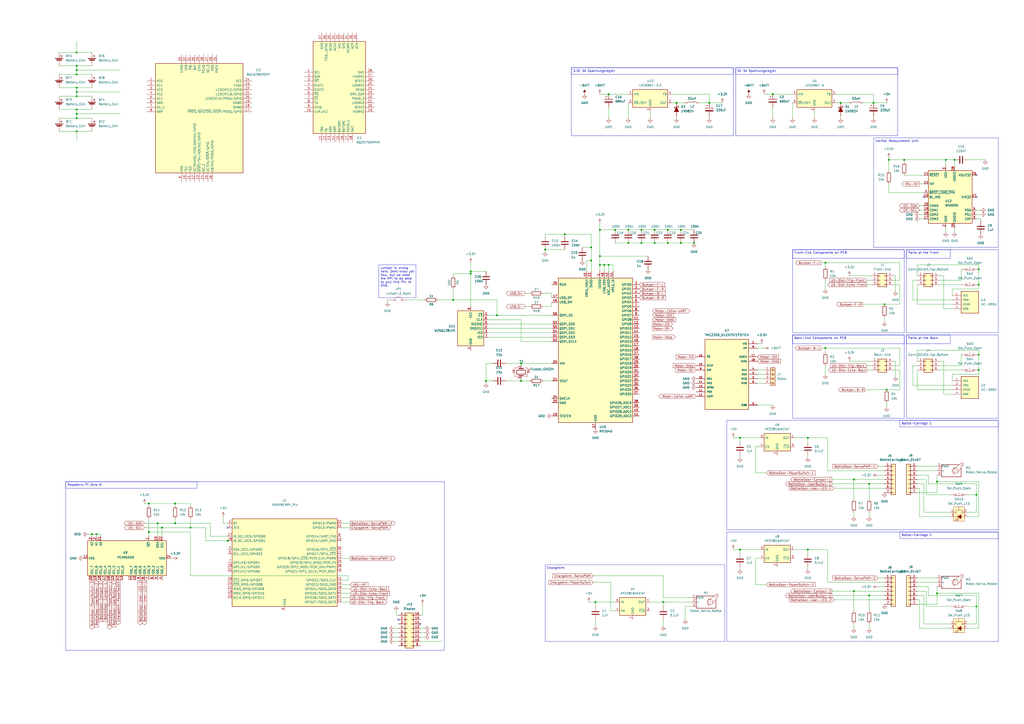
<source format=kicad_sch>
(kicad_sch
	(version 20231120)
	(generator "eeschema")
	(generator_version "8.0")
	(uuid "10e9ed1f-81fe-4a04-a219-cef72219a4ee")
	(paper "A2")
	
	(junction
		(at 429.26 318.77)
		(diameter 0)
		(color 0 0 0 0)
		(uuid "03268f60-248c-430f-9a48-def6cb6c976e")
	)
	(junction
		(at 353.06 54.61)
		(diameter 0)
		(color 0 0 0 0)
		(uuid "06870aa4-4c9b-477d-9f05-4ca4de8f6a4d")
	)
	(junction
		(at 44.45 50.8)
		(diameter 0)
		(color 0 0 0 0)
		(uuid "083aae67-81c3-4ec2-bf4a-336ec22f72e9")
	)
	(junction
		(at 567.69 156.21)
		(diameter 0)
		(color 0 0 0 0)
		(uuid "0a9bdb1e-9b3a-41f4-835f-eeec191ae320")
	)
	(junction
		(at 514.35 226.06)
		(diameter 0)
		(color 0 0 0 0)
		(uuid "1164d9f6-d69f-4765-bfe4-5ec41bb5ffc7")
	)
	(junction
		(at 273.05 157.48)
		(diameter 0)
		(color 0 0 0 0)
		(uuid "21be0d6d-08dd-4c6b-8dde-b3409b7daccd")
	)
	(junction
		(at 327.66 135.89)
		(diameter 0)
		(color 0 0 0 0)
		(uuid "22a4d2dd-f848-4193-8541-955420f6e17d")
	)
	(junction
		(at 44.45 68.58)
		(diameter 0)
		(color 0 0 0 0)
		(uuid "2421b6f1-9351-4b09-9d81-3293799c07ca")
	)
	(junction
		(at 543.56 279.4)
		(diameter 0)
		(color 0 0 0 0)
		(uuid "25fc08dd-dbcb-4986-8d99-a9d615e74609")
	)
	(junction
		(at 44.45 30.48)
		(diameter 0)
		(color 0 0 0 0)
		(uuid "265fbd34-c236-4afc-b472-ab5f7b1865f2")
	)
	(junction
		(at 86.36 308.61)
		(diameter 0)
		(color 0 0 0 0)
		(uuid "277e0764-7927-4216-849d-6bc3b8e09a44")
	)
	(junction
		(at 379.73 140.97)
		(diameter 0)
		(color 0 0 0 0)
		(uuid "29426718-41a1-4fab-a69c-de55200420f5")
	)
	(junction
		(at 44.45 43.18)
		(diameter 0)
		(color 0 0 0 0)
		(uuid "29b5096b-a417-4d8d-8959-38c8fd1009d5")
	)
	(junction
		(at 316.23 144.78)
		(diameter 0)
		(color 0 0 0 0)
		(uuid "2d0abeda-aac0-4388-a19d-3bc6f581aa05")
	)
	(junction
		(at 44.45 76.2)
		(diameter 0)
		(color 0 0 0 0)
		(uuid "2d1447b9-e1f8-416e-9e68-2f3a93be7887")
	)
	(junction
		(at 353.06 153.67)
		(diameter 0)
		(color 0 0 0 0)
		(uuid "2e7fad9a-09d7-4161-afc3-42855f89e07f")
	)
	(junction
		(at 387.35 140.97)
		(diameter 0)
		(color 0 0 0 0)
		(uuid "2fdf82e2-3891-4bd7-be3f-e7514a4bef5c")
	)
	(junction
		(at 364.49 140.97)
		(diameter 0)
		(color 0 0 0 0)
		(uuid "39a70374-4daf-4db7-bf38-bf4c46ca5dc6")
	)
	(junction
		(at 364.49 133.35)
		(diameter 0)
		(color 0 0 0 0)
		(uuid "3c018187-1d9c-4d03-8c02-29d04cab6f36")
	)
	(junction
		(at 110.49 306.07)
		(diameter 0)
		(color 0 0 0 0)
		(uuid "3ee83e4e-3370-4ed8-bcc6-114de62898d7")
	)
	(junction
		(at 387.35 133.35)
		(diameter 0)
		(color 0 0 0 0)
		(uuid "451af065-1b1a-4969-88c6-18b12c3eaf4b")
	)
	(junction
		(at 513.08 176.53)
		(diameter 0)
		(color 0 0 0 0)
		(uuid "46e71d5b-0486-4156-82c5-6cd1b8ff00c5")
	)
	(junction
		(at 356.87 133.35)
		(diameter 0)
		(color 0 0 0 0)
		(uuid "470f61d3-5f15-44b3-9be8-d7ad98c6cb59")
	)
	(junction
		(at 262.89 173.99)
		(diameter 0)
		(color 0 0 0 0)
		(uuid "4f324c9b-e82a-4655-af45-70ad70b76b07")
	)
	(junction
		(at 101.6 292.1)
		(diameter 0)
		(color 0 0 0 0)
		(uuid "4fafc432-26d7-4c70-844e-cbe5d393e13c")
	)
	(junction
		(at 506.73 59.69)
		(diameter 0)
		(color 0 0 0 0)
		(uuid "55e24700-a976-46b6-9a5e-322947c19269")
	)
	(junction
		(at 504.19 345.44)
		(diameter 0)
		(color 0 0 0 0)
		(uuid "57161dd7-66d7-4a82-9a79-eaa5c269842f")
	)
	(junction
		(at 567.69 214.63)
		(diameter 0)
		(color 0 0 0 0)
		(uuid "594cf67e-7a44-4414-8f11-a3da63be89bc")
	)
	(junction
		(at 548.64 92.71)
		(diameter 0)
		(color 0 0 0 0)
		(uuid "5eef07a4-476c-4d20-ab85-4e2f6966be7d")
	)
	(junction
		(at 288.29 182.88)
		(diameter 0)
		(color 0 0 0 0)
		(uuid "61fd68eb-8bbb-4d83-9798-6e54ba31de17")
	)
	(junction
		(at 567.69 205.74)
		(diameter 0)
		(color 0 0 0 0)
		(uuid "6a3dc16e-cbd1-4799-aa60-2efd10351d35")
	)
	(junction
		(at 347.98 153.67)
		(diameter 0)
		(color 0 0 0 0)
		(uuid "6d65149c-99e1-48b1-afd4-3fc0a4e61402")
	)
	(junction
		(at 44.45 66.04)
		(diameter 0)
		(color 0 0 0 0)
		(uuid "6f780dc5-431b-4107-8aa6-7a7b80f485db")
	)
	(junction
		(at 101.6 303.53)
		(diameter 0)
		(color 0 0 0 0)
		(uuid "7008afad-ebe6-4b0c-994b-1ffb34cb38c0")
	)
	(junction
		(at 495.3 278.13)
		(diameter 0)
		(color 0 0 0 0)
		(uuid "75888cbd-2c9c-44cc-a124-d721d5a43a54")
	)
	(junction
		(at 302.26 220.98)
		(diameter 0)
		(color 0 0 0 0)
		(uuid "75b73604-a04b-4e5e-8f2b-d7112a354c76")
	)
	(junction
		(at 44.45 40.64)
		(diameter 0)
		(color 0 0 0 0)
		(uuid "7b5e014f-6d02-49ab-956c-429ce09c3d2b")
	)
	(junction
		(at 566.42 351.79)
		(diameter 0)
		(color 0 0 0 0)
		(uuid "7cb410a2-cd21-4a99-a0fc-9cfba2c05cfa")
	)
	(junction
		(at 394.97 133.35)
		(diameter 0)
		(color 0 0 0 0)
		(uuid "7dc31fcc-7a3f-43f9-9177-cd22c32ac711")
	)
	(junction
		(at 543.56 344.17)
		(diameter 0)
		(color 0 0 0 0)
		(uuid "80f79bba-cc7f-4b8e-9517-8f247a51f6a4")
	)
	(junction
		(at 347.98 148.59)
		(diameter 0)
		(color 0 0 0 0)
		(uuid "84d0a7d8-7dd4-4f12-bcc9-40014992f2ac")
	)
	(junction
		(at 504.19 280.67)
		(diameter 0)
		(color 0 0 0 0)
		(uuid "8521d5a2-40ba-4a5d-a5c4-2e6ef9471c28")
	)
	(junction
		(at 44.45 53.34)
		(diameter 0)
		(color 0 0 0 0)
		(uuid "87f4a9f5-047d-4055-84ef-ce082379ddb6")
	)
	(junction
		(at 478.79 201.93)
		(diameter 0)
		(color 0 0 0 0)
		(uuid "88a18d9a-46e4-498d-9d39-2906a2038335")
	)
	(junction
		(at 347.98 133.35)
		(diameter 0)
		(color 0 0 0 0)
		(uuid "8c8781ed-ac6a-4428-9845-847cdc5f6708")
	)
	(junction
		(at 372.11 140.97)
		(diameter 0)
		(color 0 0 0 0)
		(uuid "90d555f8-82ed-4e5b-9fde-9f2563ca9a84")
	)
	(junction
		(at 345.44 349.25)
		(diameter 0)
		(color 0 0 0 0)
		(uuid "9339e47f-85f5-408a-b36c-b27fd8430462")
	)
	(junction
		(at 402.59 140.97)
		(diameter 0)
		(color 0 0 0 0)
		(uuid "9471eeb1-2a59-42c9-9805-be6e33dda6f7")
	)
	(junction
		(at 495.3 342.9)
		(diameter 0)
		(color 0 0 0 0)
		(uuid "95c38d03-b4bc-4d18-b7ec-e184e5f2b0d1")
	)
	(junction
		(at 515.62 92.71)
		(diameter 0)
		(color 0 0 0 0)
		(uuid "99315baa-d1fc-4dc4-bcfc-637bd899f1ef")
	)
	(junction
		(at 487.68 59.69)
		(diameter 0)
		(color 0 0 0 0)
		(uuid "99af6a2b-938f-4a05-a868-2edc7d4b2aed")
	)
	(junction
		(at 93.98 306.07)
		(diameter 0)
		(color 0 0 0 0)
		(uuid "9a382fe7-2567-41bd-b706-8a429acfe147")
	)
	(junction
		(at 394.97 140.97)
		(diameter 0)
		(color 0 0 0 0)
		(uuid "9c8a7697-ebc2-4d23-9b1c-948f5bccfdc2")
	)
	(junction
		(at 44.45 55.88)
		(diameter 0)
		(color 0 0 0 0)
		(uuid "a042a7b2-81e2-4dbc-9fc4-79a7c6613bb5")
	)
	(junction
		(at 342.9 151.13)
		(diameter 0)
		(color 0 0 0 0)
		(uuid "a0da04da-7b55-4416-b220-aaaa0dffdfe3")
	)
	(junction
		(at 281.94 220.98)
		(diameter 0)
		(color 0 0 0 0)
		(uuid "a3540f26-1336-4e81-a8eb-434080559b46")
	)
	(junction
		(at 132.08 313.69)
		(diameter 0)
		(color 0 0 0 0)
		(uuid "a8b3ec47-a9a9-4ba1-b749-6c31898f83b9")
	)
	(junction
		(at 350.52 153.67)
		(diameter 0)
		(color 0 0 0 0)
		(uuid "a9ae8d97-5143-4d48-8437-3701e9202cc1")
	)
	(junction
		(at 566.42 287.02)
		(diameter 0)
		(color 0 0 0 0)
		(uuid "b783d9c8-d090-495a-83a1-e580f2c25178")
	)
	(junction
		(at 468.63 318.77)
		(diameter 0)
		(color 0 0 0 0)
		(uuid "bbc22500-7889-4288-be0d-cfd80288ac5c")
	)
	(junction
		(at 384.81 349.25)
		(diameter 0)
		(color 0 0 0 0)
		(uuid "bc4e959e-e2ad-4122-b784-10f1fe12ed65")
	)
	(junction
		(at 86.36 292.1)
		(diameter 0)
		(color 0 0 0 0)
		(uuid "c5a02223-bddc-4462-98b4-b63f3acdf809")
	)
	(junction
		(at 392.43 59.69)
		(diameter 0)
		(color 0 0 0 0)
		(uuid "c799042d-ae88-43cc-a271-0df941a8f484")
	)
	(junction
		(at 553.72 92.71)
		(diameter 0)
		(color 0 0 0 0)
		(uuid "c85e723b-7570-4cf5-84ad-b61532129048")
	)
	(junction
		(at 91.44 303.53)
		(diameter 0)
		(color 0 0 0 0)
		(uuid "c9829d1e-e068-4d7b-979c-0567ec83b092")
	)
	(junction
		(at 302.26 210.82)
		(diameter 0)
		(color 0 0 0 0)
		(uuid "cde65cd6-c066-46d8-a2f4-f11966f8d9bc")
	)
	(junction
		(at 273.05 158.75)
		(diameter 0)
		(color 0 0 0 0)
		(uuid "cf515f11-e932-4ebb-a615-a2f4c79f2c55")
	)
	(junction
		(at 44.45 38.1)
		(diameter 0)
		(color 0 0 0 0)
		(uuid "d460fc4e-116b-461c-9aad-963e945b1fdb")
	)
	(junction
		(at 53.34 309.88)
		(diameter 0)
		(color 0 0 0 0)
		(uuid "d7cc7e0e-4b77-4814-a0d4-6785824da040")
	)
	(junction
		(at 478.79 152.4)
		(diameter 0)
		(color 0 0 0 0)
		(uuid "dc30a080-afb7-48a1-9348-3fa78b8193e0")
	)
	(junction
		(at 379.73 133.35)
		(diameter 0)
		(color 0 0 0 0)
		(uuid "e1775e11-9fe6-4463-8146-18d8ced08735")
	)
	(junction
		(at 342.9 143.51)
		(diameter 0)
		(color 0 0 0 0)
		(uuid "e18add9c-c3d0-41a9-8ecf-c6c33a8a8953")
	)
	(junction
		(at 429.26 254)
		(diameter 0)
		(color 0 0 0 0)
		(uuid "e643f0fc-a1a1-4012-a5b0-69948705cd8f")
	)
	(junction
		(at 372.11 133.35)
		(diameter 0)
		(color 0 0 0 0)
		(uuid "ebd25529-48dc-4d3c-995a-0a53a2b21d6f")
	)
	(junction
		(at 468.63 254)
		(diameter 0)
		(color 0 0 0 0)
		(uuid "efd94e32-e0ba-4970-b1bf-8fd3aa6a1536")
	)
	(junction
		(at 524.51 92.71)
		(diameter 0)
		(color 0 0 0 0)
		(uuid "f1ea72bd-ddab-4c9c-bc3e-94b9ac135f23")
	)
	(junction
		(at 55.88 309.88)
		(diameter 0)
		(color 0 0 0 0)
		(uuid "f2ce2bf7-3045-45bb-b7fc-f2ad386e880f")
	)
	(junction
		(at 567.69 165.1)
		(diameter 0)
		(color 0 0 0 0)
		(uuid "f809335f-7b79-4149-8b15-3c5482826fa5")
	)
	(junction
		(at 448.31 54.61)
		(diameter 0)
		(color 0 0 0 0)
		(uuid "f91e5096-4f67-48ae-a66f-f4215968b35a")
	)
	(junction
		(at 44.45 63.5)
		(diameter 0)
		(color 0 0 0 0)
		(uuid "fe282bc1-f285-4dcb-aaf1-eb1ddb5ceb2f")
	)
	(junction
		(at 411.48 59.69)
		(diameter 0)
		(color 0 0 0 0)
		(uuid "fedb9ee5-9f24-4d12-a2db-5fd24ffa6199")
	)
	(no_connect
		(at 535.94 114.3)
		(uuid "0dbbdef1-cd64-4ae0-a69d-69f0c468be48")
	)
	(no_connect
		(at 566.42 101.6)
		(uuid "384be073-ba93-4b1b-904d-552e784c8b00")
	)
	(no_connect
		(at 132.08 306.07)
		(uuid "47a92e0d-52a0-4f2c-8d09-ee9bd39c40b1")
	)
	(no_connect
		(at 243.84 361.95)
		(uuid "4b40c3af-bf17-4bab-9bb5-2510a50a4ec9")
	)
	(no_connect
		(at 231.14 359.41)
		(uuid "7bd2e65b-56d9-420c-a018-2a5d5a02554e")
	)
	(no_connect
		(at 566.42 114.3)
		(uuid "dbf644f0-5284-44a5-8de9-ca76d961beec")
	)
	(wire
		(pts
			(xy 302.26 220.98) (xy 302.26 219.71)
		)
		(stroke
			(width 0)
			(type default)
		)
		(uuid "001dffd7-7641-4fd9-a9d3-c65c327bb6e0")
	)
	(wire
		(pts
			(xy 567.69 203.2) (xy 532.13 203.2)
		)
		(stroke
			(width 0)
			(type default)
		)
		(uuid "010455f5-cb6a-4251-87f5-60e736b25ecb")
	)
	(wire
		(pts
			(xy 83.82 303.53) (xy 91.44 303.53)
		)
		(stroke
			(width 0)
			(type default)
		)
		(uuid "020e7bd2-975d-483f-8535-d66b8332c03a")
	)
	(wire
		(pts
			(xy 203.2 306.07) (xy 198.12 306.07)
		)
		(stroke
			(width 0)
			(type default)
		)
		(uuid "021dd310-9842-412f-b9a6-439ebfee9b07")
	)
	(wire
		(pts
			(xy 521.97 214.63) (xy 518.16 214.63)
		)
		(stroke
			(width 0)
			(type default)
		)
		(uuid "02694717-9285-40e8-852d-4a4b6d6acde5")
	)
	(wire
		(pts
			(xy 500.38 176.53) (xy 513.08 176.53)
		)
		(stroke
			(width 0)
			(type default)
		)
		(uuid "026df141-edee-4563-b366-9389b7745b89")
	)
	(wire
		(pts
			(xy 443.23 217.17) (xy 439.42 217.17)
		)
		(stroke
			(width 0)
			(type default)
		)
		(uuid "02b7188a-3b50-4bb1-b815-4dd64aeb1ff5")
	)
	(wire
		(pts
			(xy 504.19 354.33) (xy 504.19 345.44)
		)
		(stroke
			(width 0)
			(type default)
		)
		(uuid "02db2914-8822-456d-9c6f-fd12122a370b")
	)
	(wire
		(pts
			(xy 327.66 135.89) (xy 342.9 135.89)
		)
		(stroke
			(width 0)
			(type default)
		)
		(uuid "030cf6e0-7220-478f-8ce6-506488ec880c")
	)
	(wire
		(pts
			(xy 478.79 201.93) (xy 521.97 201.93)
		)
		(stroke
			(width 0)
			(type default)
		)
		(uuid "044831d4-03cf-4a62-8912-d2bdba5522ce")
	)
	(wire
		(pts
			(xy 459.74 68.58) (xy 459.74 59.69)
		)
		(stroke
			(width 0)
			(type default)
		)
		(uuid "048bb947-f301-4b5c-ad0f-8ed3c611c4ac")
	)
	(wire
		(pts
			(xy 444.5 339.09) (xy 438.15 339.09)
		)
		(stroke
			(width 0)
			(type default)
		)
		(uuid "06a93dd4-98a6-4286-abe5-50bc9d21607c")
	)
	(wire
		(pts
			(xy 44.45 40.64) (xy 69.85 40.64)
		)
		(stroke
			(width 0)
			(type default)
		)
		(uuid "07f65511-514b-40e6-bece-50eb6771ef28")
	)
	(wire
		(pts
			(xy 461.01 254) (xy 468.63 254)
		)
		(stroke
			(width 0)
			(type default)
		)
		(uuid "096359c0-aaa2-4c39-b067-d620e5f29e71")
	)
	(wire
		(pts
			(xy 521.97 212.09) (xy 521.97 201.93)
		)
		(stroke
			(width 0)
			(type default)
		)
		(uuid "09d34397-eb92-416e-b25c-6435a5e714c2")
	)
	(wire
		(pts
			(xy 425.45 318.77) (xy 429.26 318.77)
		)
		(stroke
			(width 0)
			(type default)
		)
		(uuid "0a2741bb-38e7-42f8-87f7-37dc083a517d")
	)
	(wire
		(pts
			(xy 320.04 172.72) (xy 320.04 170.18)
		)
		(stroke
			(width 0)
			(type default)
		)
		(uuid "0a917147-c546-4876-b199-c676c29635da")
	)
	(wire
		(pts
			(xy 34.29 38.1) (xy 44.45 38.1)
		)
		(stroke
			(width 0)
			(type default)
		)
		(uuid "0b012abe-f767-49a7-8fcc-20a3eb6879c1")
	)
	(wire
		(pts
			(xy 203.2 344.17) (xy 198.12 344.17)
		)
		(stroke
			(width 0)
			(type default)
		)
		(uuid "0b670b74-17e1-43dd-84c8-9d896db2cf58")
	)
	(wire
		(pts
			(xy 448.31 54.61) (xy 459.74 54.61)
		)
		(stroke
			(width 0)
			(type default)
		)
		(uuid "0dd628e2-00d3-475a-ab2a-f7ac9b948572")
	)
	(wire
		(pts
			(xy 344.17 334.01) (xy 384.81 334.01)
		)
		(stroke
			(width 0)
			(type default)
		)
		(uuid "0e2e6951-3e60-42a4-9010-cfcce3f450c4")
	)
	(wire
		(pts
			(xy 119.38 306.07) (xy 110.49 306.07)
		)
		(stroke
			(width 0)
			(type default)
		)
		(uuid "0e2fbfc3-909a-4840-9d89-6afc89135d3c")
	)
	(wire
		(pts
			(xy 262.89 167.64) (xy 262.89 173.99)
		)
		(stroke
			(width 0)
			(type default)
		)
		(uuid "0e84f5c2-5f4d-4bf8-ac84-6c28d4b75e80")
	)
	(wire
		(pts
			(xy 203.2 339.09) (xy 198.12 339.09)
		)
		(stroke
			(width 0)
			(type default)
		)
		(uuid "0ee9c5eb-07fd-45e3-963b-484720518883")
	)
	(wire
		(pts
			(xy 288.29 182.88) (xy 288.29 173.99)
		)
		(stroke
			(width 0)
			(type default)
		)
		(uuid "1278374b-5fac-434d-a243-955f67300eab")
	)
	(wire
		(pts
			(xy 379.73 140.97) (xy 387.35 140.97)
		)
		(stroke
			(width 0)
			(type default)
		)
		(uuid "12a3e1dd-e2b9-4d22-b071-81a300699359")
	)
	(wire
		(pts
			(xy 532.13 226.06) (xy 532.13 214.63)
		)
		(stroke
			(width 0)
			(type default)
		)
		(uuid "136c564c-6bf3-4b87-bec2-71382b8d55a8")
	)
	(wire
		(pts
			(xy 110.49 292.1) (xy 101.6 292.1)
		)
		(stroke
			(width 0)
			(type default)
		)
		(uuid "13de33af-e8cb-4e17-a1ac-71c416ff67da")
	)
	(wire
		(pts
			(xy 495.3 297.18) (xy 495.3 299.72)
		)
		(stroke
			(width 0)
			(type default)
		)
		(uuid "143962ce-3b7d-48a4-aee9-8425cd2cb9f8")
	)
	(wire
		(pts
			(xy 535.94 361.95) (xy 535.94 345.44)
		)
		(stroke
			(width 0)
			(type default)
		)
		(uuid "144f0f2c-aea5-4be1-8f5e-460e47de3a21")
	)
	(wire
		(pts
			(xy 487.68 59.69) (xy 492.76 59.69)
		)
		(stroke
			(width 0)
			(type default)
		)
		(uuid "1735015e-f7e7-44da-b3c6-2d9b033abd3c")
	)
	(wire
		(pts
			(xy 389.89 54.61) (xy 411.48 54.61)
		)
		(stroke
			(width 0)
			(type default)
		)
		(uuid "17658310-9343-49c8-82d9-e8973a75c3eb")
	)
	(wire
		(pts
			(xy 34.29 76.2) (xy 44.45 76.2)
		)
		(stroke
			(width 0)
			(type default)
		)
		(uuid "176a1f4f-2a49-4fc2-927a-b452fec68ed3")
	)
	(wire
		(pts
			(xy 372.11 133.35) (xy 379.73 133.35)
		)
		(stroke
			(width 0)
			(type default)
		)
		(uuid "18a6f06a-ffd5-4fcd-95c8-b39de83935dc")
	)
	(wire
		(pts
			(xy 364.49 133.35) (xy 372.11 133.35)
		)
		(stroke
			(width 0)
			(type default)
		)
		(uuid "18b0e9ff-f2f7-41f3-b66a-e835cbe3d0de")
	)
	(wire
		(pts
			(xy 347.98 148.59) (xy 375.92 148.59)
		)
		(stroke
			(width 0)
			(type default)
		)
		(uuid "18f8cbb2-3c78-4973-af0b-9d6fd21ddf95")
	)
	(wire
		(pts
			(xy 535.94 297.18) (xy 535.94 280.67)
		)
		(stroke
			(width 0)
			(type default)
		)
		(uuid "197965a3-8932-4b7b-be74-d0603e72858b")
	)
	(wire
		(pts
			(xy 50.8 309.88) (xy 53.34 309.88)
		)
		(stroke
			(width 0)
			(type default)
		)
		(uuid "1ba89f39-dcf0-4108-94b6-9a8c06c8caea")
	)
	(wire
		(pts
			(xy 495.3 278.13) (xy 513.08 278.13)
		)
		(stroke
			(width 0)
			(type default)
		)
		(uuid "1bb0dd37-b212-4926-a54c-e6f9708d92b0")
	)
	(wire
		(pts
			(xy 355.6 153.67) (xy 353.06 153.67)
		)
		(stroke
			(width 0)
			(type default)
		)
		(uuid "1c18c401-f88a-4854-9232-572c3c84e9d6")
	)
	(wire
		(pts
			(xy 543.56 344.17) (xy 567.69 344.17)
		)
		(stroke
			(width 0)
			(type default)
		)
		(uuid "1c43f6e0-cf4a-4d01-991f-ec3fd4ccb8b1")
	)
	(wire
		(pts
			(xy 518.16 160.02) (xy 519.43 160.02)
		)
		(stroke
			(width 0)
			(type default)
		)
		(uuid "1c50cd6c-1f17-4d35-bc75-c1481253d7e3")
	)
	(wire
		(pts
			(xy 273.05 157.48) (xy 273.05 158.75)
		)
		(stroke
			(width 0)
			(type default)
		)
		(uuid "1e0a9a92-686b-476e-ac82-c07e86419009")
	)
	(wire
		(pts
			(xy 353.06 54.61) (xy 364.49 54.61)
		)
		(stroke
			(width 0)
			(type default)
		)
		(uuid "1f7ed963-d1c1-4648-9b3d-3f936b2fc1d3")
	)
	(wire
		(pts
			(xy 567.69 156.21) (xy 567.69 153.67)
		)
		(stroke
			(width 0)
			(type default)
		)
		(uuid "1fa2170f-47e5-4164-8d9f-c11a5fbf75a2")
	)
	(wire
		(pts
			(xy 504.19 289.56) (xy 504.19 280.67)
		)
		(stroke
			(width 0)
			(type default)
		)
		(uuid "1fcc9314-9f8b-499c-a63b-9f89b0ade20c")
	)
	(wire
		(pts
			(xy 444.5 274.32) (xy 438.15 274.32)
		)
		(stroke
			(width 0)
			(type default)
		)
		(uuid "214ee9b8-88e4-4f30-b940-8b91cca75b05")
	)
	(wire
		(pts
			(xy 429.26 256.54) (xy 429.26 254)
		)
		(stroke
			(width 0)
			(type default)
		)
		(uuid "223ad173-34bb-4ba1-ae25-b277bc7c906c")
	)
	(wire
		(pts
			(xy 504.19 297.18) (xy 504.19 299.72)
		)
		(stroke
			(width 0)
			(type default)
		)
		(uuid "22b5ceec-6e1a-4e82-9c89-da4f0a967e0d")
	)
	(wire
		(pts
			(xy 567.69 167.64) (xy 552.45 167.64)
		)
		(stroke
			(width 0)
			(type default)
		)
		(uuid "22b798e9-192a-4e89-8da3-effd8be4505a")
	)
	(wire
		(pts
			(xy 482.6 342.9) (xy 495.3 342.9)
		)
		(stroke
			(width 0)
			(type default)
		)
		(uuid "24690d85-73ab-4c27-a87e-c9438923c9bd")
	)
	(wire
		(pts
			(xy 341.63 349.25) (xy 345.44 349.25)
		)
		(stroke
			(width 0)
			(type default)
		)
		(uuid "25605ba8-abf3-439f-95a6-0c9b5fc30c90")
	)
	(wire
		(pts
			(xy 552.45 217.17) (xy 552.45 220.98)
		)
		(stroke
			(width 0)
			(type default)
		)
		(uuid "27c4cc6e-e946-4f6d-86a2-2294923844f2")
	)
	(wire
		(pts
			(xy 509.27 275.59) (xy 513.08 275.59)
		)
		(stroke
			(width 0)
			(type default)
		)
		(uuid "27c8f88a-be47-47f7-bf40-aaed043bfcc9")
	)
	(wire
		(pts
			(xy 495.3 342.9) (xy 513.08 342.9)
		)
		(stroke
			(width 0)
			(type default)
		)
		(uuid "28239306-2caf-4e2d-9d16-22ab2b6e1464")
	)
	(wire
		(pts
			(xy 439.42 199.39) (xy 441.96 199.39)
		)
		(stroke
			(width 0)
			(type default)
		)
		(uuid "2862c691-9e91-4d14-8acd-5c575cbe7902")
	)
	(wire
		(pts
			(xy 548.64 96.52) (xy 548.64 92.71)
		)
		(stroke
			(width 0)
			(type default)
		)
		(uuid "28892f80-eca9-4714-b90e-4fdf1cb13f24")
	)
	(wire
		(pts
			(xy 44.45 55.88) (xy 53.34 55.88)
		)
		(stroke
			(width 0)
			(type default)
		)
		(uuid "28f845d5-6a5f-4bc5-a374-437c534ad0cd")
	)
	(wire
		(pts
			(xy 548.64 134.62) (xy 548.64 132.08)
		)
		(stroke
			(width 0)
			(type default)
		)
		(uuid "2a157276-6e4b-4c32-b55d-5a96958eb8d5")
	)
	(wire
		(pts
			(xy 547.37 160.02) (xy 547.37 179.07)
		)
		(stroke
			(width 0)
			(type default)
		)
		(uuid "2b9be4f4-3bbc-43d8-8513-fcc099f0a86d")
	)
	(wire
		(pts
			(xy 347.98 133.35) (xy 347.98 148.59)
		)
		(stroke
			(width 0)
			(type default)
		)
		(uuid "2bc1a12d-8515-4420-b170-91482b64a510")
	)
	(wire
		(pts
			(xy 293.37 220.98) (xy 302.26 220.98)
		)
		(stroke
			(width 0)
			(type default)
		)
		(uuid "2bd8ac11-9b06-43d4-9b17-fa0e2b4c2dc2")
	)
	(wire
		(pts
			(xy 443.23 54.61) (xy 448.31 54.61)
		)
		(stroke
			(width 0)
			(type default)
		)
		(uuid "2be2d2fc-f5e2-4b46-bb0c-8c65cc86984b")
	)
	(wire
		(pts
			(xy 34.29 50.8) (xy 44.45 50.8)
		)
		(stroke
			(width 0)
			(type default)
		)
		(uuid "2c22f143-453f-4db5-a9d8-f4e86a1c4a55")
	)
	(wire
		(pts
			(xy 566.42 280.67) (xy 566.42 287.02)
		)
		(stroke
			(width 0)
			(type default)
		)
		(uuid "2c64bb28-e8ce-4335-80ef-938ad232db8e")
	)
	(wire
		(pts
			(xy 478.79 152.4) (xy 521.97 152.4)
		)
		(stroke
			(width 0)
			(type default)
		)
		(uuid "2ca47985-679e-4ec3-b7ce-d6582ac583c9")
	)
	(wire
		(pts
			(xy 448.31 68.58) (xy 448.31 62.23)
		)
		(stroke
			(width 0)
			(type default)
		)
		(uuid "2cf67072-6d2c-40ae-8bcc-143558b4d795")
	)
	(wire
		(pts
			(xy 567.69 205.74) (xy 567.69 203.2)
		)
		(stroke
			(width 0)
			(type default)
		)
		(uuid "2dc45b97-2534-454a-99f1-af91b7dee7fa")
	)
	(wire
		(pts
			(xy 316.23 144.78) (xy 316.23 146.05)
		)
		(stroke
			(width 0)
			(type default)
		)
		(uuid "2e121bdc-6d90-42d4-8195-c0ce530ff885")
	)
	(wire
		(pts
			(xy 302.26 210.82) (xy 302.26 212.09)
		)
		(stroke
			(width 0)
			(type default)
		)
		(uuid "2e63c512-4bd6-4c66-bffe-963f29f9c96c")
	)
	(wire
		(pts
			(xy 347.98 129.54) (xy 347.98 133.35)
		)
		(stroke
			(width 0)
			(type default)
		)
		(uuid "30df880d-91cf-4fa7-a3ac-47dfbd980aeb")
	)
	(wire
		(pts
			(xy 405.13 59.69) (xy 411.48 59.69)
		)
		(stroke
			(width 0)
			(type default)
		)
		(uuid "31d2da53-80e9-478b-b066-ecead4267739")
	)
	(wire
		(pts
			(xy 44.45 50.8) (xy 53.34 50.8)
		)
		(stroke
			(width 0)
			(type default)
		)
		(uuid "32eff32f-7345-4fde-8123-ea7588303441")
	)
	(wire
		(pts
			(xy 438.15 274.32) (xy 438.15 259.08)
		)
		(stroke
			(width 0)
			(type default)
		)
		(uuid "3357ce9b-5f9d-4586-ae21-35b11f3c81ba")
	)
	(wire
		(pts
			(xy 387.35 140.97) (xy 394.97 140.97)
		)
		(stroke
			(width 0)
			(type default)
		)
		(uuid "3375f5ae-9782-4dc1-9ecc-f5507a059c55")
	)
	(wire
		(pts
			(xy 532.13 340.36) (xy 538.48 340.36)
		)
		(stroke
			(width 0)
			(type default)
		)
		(uuid "33fbbee9-7fe8-4531-8c6a-6a36bf38fdef")
	)
	(wire
		(pts
			(xy 438.15 339.09) (xy 438.15 323.85)
		)
		(stroke
			(width 0)
			(type default)
		)
		(uuid "34526339-8aad-413b-8dbc-c11df057187e")
	)
	(wire
		(pts
			(xy 283.21 190.5) (xy 320.04 190.5)
		)
		(stroke
			(width 0)
			(type default)
		)
		(uuid "34567999-eefc-40e4-b72f-3c4ddb96659d")
	)
	(wire
		(pts
			(xy 533.4 364.49) (xy 533.4 347.98)
		)
		(stroke
			(width 0)
			(type default)
		)
		(uuid "3668fdf3-014b-4cd1-b361-581c3c56ab1b")
	)
	(wire
		(pts
			(xy 519.43 160.02) (xy 519.43 168.91)
		)
		(stroke
			(width 0)
			(type default)
		)
		(uuid "3671880f-df25-46ad-a10a-deb15464031f")
	)
	(wire
		(pts
			(xy 355.6 157.48) (xy 355.6 153.67)
		)
		(stroke
			(width 0)
			(type default)
		)
		(uuid "36806527-26fe-4826-afa9-2b3ec5fae657")
	)
	(wire
		(pts
			(xy 246.38 364.49) (xy 243.84 364.49)
		)
		(stroke
			(width 0)
			(type default)
		)
		(uuid "36b89680-09d5-4976-a211-e4c0208a066b")
	)
	(wire
		(pts
			(xy 538.48 280.67) (xy 566.42 280.67)
		)
		(stroke
			(width 0)
			(type default)
		)
		(uuid "36c3741f-c03f-4126-aa5c-a84216bf89e5")
	)
	(wire
		(pts
			(xy 439.42 234.95) (xy 448.31 234.95)
		)
		(stroke
			(width 0)
			(type default)
		)
		(uuid "378cc6b1-c5fd-419c-b518-aa4f7f26b91a")
	)
	(wire
		(pts
			(xy 537.21 342.9) (xy 532.13 342.9)
		)
		(stroke
			(width 0)
			(type default)
		)
		(uuid "37bc24c8-d958-489e-8f76-17dc094b9606")
	)
	(wire
		(pts
			(xy 44.45 38.1) (xy 53.34 38.1)
		)
		(stroke
			(width 0)
			(type default)
		)
		(uuid "37cb81cd-36cd-4108-8bd2-a74ed56dd1fc")
	)
	(wire
		(pts
			(xy 377.19 349.25) (xy 384.81 349.25)
		)
		(stroke
			(width 0)
			(type default)
		)
		(uuid "3864d824-b76f-46d5-8c15-73cccf292bd9")
	)
	(wire
		(pts
			(xy 229.87 356.87) (xy 231.14 356.87)
		)
		(stroke
			(width 0)
			(type default)
		)
		(uuid "38c4a5cc-0287-4e33-b123-5c495666bdac")
	)
	(wire
		(pts
			(xy 224.79 175.26) (xy 224.79 173.99)
		)
		(stroke
			(width 0)
			(type default)
		)
		(uuid "3948f2d1-0c38-4a0c-8d73-d2e914a1d2f0")
	)
	(wire
		(pts
			(xy 557.53 162.56) (xy 557.53 156.21)
		)
		(stroke
			(width 0)
			(type default)
		)
		(uuid "3ab4ff69-431e-469d-af01-7a6656607c3f")
	)
	(wire
		(pts
			(xy 567.69 299.72) (xy 561.34 299.72)
		)
		(stroke
			(width 0)
			(type default)
		)
		(uuid "3cbe955f-a89e-4462-9bb2-f120d2b8fa29")
	)
	(wire
		(pts
			(xy 480.06 273.05) (xy 513.08 273.05)
		)
		(stroke
			(width 0)
			(type default)
		)
		(uuid "3d4871a9-82ca-4ed6-88da-4ac1d544e818")
	)
	(wire
		(pts
			(xy 34.29 68.58) (xy 44.45 68.58)
		)
		(stroke
			(width 0)
			(type default)
		)
		(uuid "3d49c676-379d-43ff-82f6-4fb79e45436c")
	)
	(wire
		(pts
			(xy 552.45 223.52) (xy 529.59 223.52)
		)
		(stroke
			(width 0)
			(type default)
		)
		(uuid "3e509ce1-f3f7-4826-86be-647eefb9c049")
	)
	(wire
		(pts
			(xy 524.51 93.98) (xy 524.51 92.71)
		)
		(stroke
			(width 0)
			(type default)
		)
		(uuid "3e57b62f-ba51-4c5d-9792-95c8c33cb311")
	)
	(wire
		(pts
			(xy 320.04 198.12) (xy 302.26 198.12)
		)
		(stroke
			(width 0)
			(type default)
		)
		(uuid "3eb11f56-5a70-4bde-bdbb-af09808b8564")
	)
	(wire
		(pts
			(xy 521.97 214.63) (xy 521.97 226.06)
		)
		(stroke
			(width 0)
			(type default)
		)
		(uuid "3f1dfb08-b3f7-4942-a9ae-cc79bd65d8e5")
	)
	(wire
		(pts
			(xy 532.13 337.82) (xy 543.56 337.82)
		)
		(stroke
			(width 0)
			(type default)
		)
		(uuid "401ced49-7730-43f8-89d0-ae017d74f5e9")
	)
	(wire
		(pts
			(xy 283.21 185.42) (xy 302.26 185.42)
		)
		(stroke
			(width 0)
			(type default)
		)
		(uuid "409f0f17-8c64-4005-91ed-924c295c93c5")
	)
	(wire
		(pts
			(xy 203.2 346.71) (xy 198.12 346.71)
		)
		(stroke
			(width 0)
			(type default)
		)
		(uuid "40bd11fe-1c9a-4db3-a71a-1a9f501410cc")
	)
	(wire
		(pts
			(xy 552.45 173.99) (xy 529.59 173.99)
		)
		(stroke
			(width 0)
			(type default)
		)
		(uuid "41fe2f73-aa45-4b09-bd41-5d09e78f2ccc")
	)
	(wire
		(pts
			(xy 443.23 222.25) (xy 439.42 222.25)
		)
		(stroke
			(width 0)
			(type default)
		)
		(uuid "4274e86c-8447-4f88-bd5d-deb4b5e95cfe")
	)
	(wire
		(pts
			(xy 283.21 187.96) (xy 320.04 187.96)
		)
		(stroke
			(width 0)
			(type default)
		)
		(uuid "4276aa95-9654-4b3e-b167-9e6a2a0fa28a")
	)
	(wire
		(pts
			(xy 203.2 349.25) (xy 198.12 349.25)
		)
		(stroke
			(width 0)
			(type default)
		)
		(uuid "42b6a3e6-a68d-4192-b6f8-d09ce870772c")
	)
	(wire
		(pts
			(xy 509.27 270.51) (xy 513.08 270.51)
		)
		(stroke
			(width 0)
			(type default)
		)
		(uuid "42b8025b-c137-4699-a256-843035e158e9")
	)
	(wire
		(pts
			(xy 44.45 24.13) (xy 44.45 30.48)
		)
		(stroke
			(width 0)
			(type default)
		)
		(uuid "43d62d7d-a812-41c6-b2f1-a175e1e6056d")
	)
	(wire
		(pts
			(xy 567.69 205.74) (xy 567.69 214.63)
		)
		(stroke
			(width 0)
			(type default)
		)
		(uuid "446ac88c-677c-473c-a46f-9ea069f41b1a")
	)
	(wire
		(pts
			(xy 515.62 99.06) (xy 515.62 92.71)
		)
		(stroke
			(width 0)
			(type default)
		)
		(uuid "44be42fd-ea8f-4d89-a4cf-c9410937e3ea")
	)
	(wire
		(pts
			(xy 353.06 157.48) (xy 353.06 153.67)
		)
		(stroke
			(width 0)
			(type default)
		)
		(uuid "44e9f4de-c9b9-499f-aa98-56c4f14b0379")
	)
	(wire
		(pts
			(xy 101.6 293.37) (xy 101.6 292.1)
		)
		(stroke
			(width 0)
			(type default)
		)
		(uuid "46347bd0-859a-44ed-aec8-e30f4910fe0f")
	)
	(wire
		(pts
			(xy 566.42 287.02) (xy 566.42 297.18)
		)
		(stroke
			(width 0)
			(type default)
		)
		(uuid "466fea66-162a-4f4d-b752-504d3d16fb4f")
	)
	(wire
		(pts
			(xy 429.26 318.77) (xy 440.69 318.77)
		)
		(stroke
			(width 0)
			(type default)
		)
		(uuid "4677495e-f621-43ef-a2b3-6c289b28e8f9")
	)
	(wire
		(pts
			(xy 553.72 134.62) (xy 553.72 132.08)
		)
		(stroke
			(width 0)
			(type default)
		)
		(uuid "4831429c-3469-42c9-92d3-c9a8812d899b")
	)
	(wire
		(pts
			(xy 34.29 63.5) (xy 44.45 63.5)
		)
		(stroke
			(width 0)
			(type default)
		)
		(uuid "49fd9dde-a89f-4d9b-bb89-33fb5c946290")
	)
	(wire
		(pts
			(xy 353.06 68.58) (xy 353.06 62.23)
		)
		(stroke
			(width 0)
			(type default)
		)
		(uuid "4a89d7fd-ce3a-4493-abb5-c1ef7a4882d9")
	)
	(wire
		(pts
			(xy 506.73 68.58) (xy 506.73 67.31)
		)
		(stroke
			(width 0)
			(type default)
		)
		(uuid "4a9f2eb0-841f-4501-b3a7-020f2b865e8c")
	)
	(wire
		(pts
			(xy 293.37 210.82) (xy 302.26 210.82)
		)
		(stroke
			(width 0)
			(type default)
		)
		(uuid "4ad4024b-a07d-4540-aa47-7dc26dbca15f")
	)
	(wire
		(pts
			(xy 514.35 233.68) (xy 514.35 236.22)
		)
		(stroke
			(width 0)
			(type default)
		)
		(uuid "4c445fec-62e6-470b-9641-e201ca9eba5b")
	)
	(wire
		(pts
			(xy 543.56 340.36) (xy 543.56 344.17)
		)
		(stroke
			(width 0)
			(type default)
		)
		(uuid "4c45d7f9-2335-4500-bc4a-05c136a35a5b")
	)
	(wire
		(pts
			(xy 566.42 351.79) (xy 561.34 351.79)
		)
		(stroke
			(width 0)
			(type default)
		)
		(uuid "4d3b21cf-519a-4412-b8ed-71c46dda808c")
	)
	(wire
		(pts
			(xy 529.59 162.56) (xy 532.13 162.56)
		)
		(stroke
			(width 0)
			(type default)
		)
		(uuid "4d4f0a61-88e0-40f1-ae84-083aadfcf95e")
	)
	(wire
		(pts
			(xy 425.45 254) (xy 429.26 254)
		)
		(stroke
			(width 0)
			(type default)
		)
		(uuid "4d6f1d26-9a44-45ac-9eab-181a740ba9ca")
	)
	(wire
		(pts
			(xy 543.56 275.59) (xy 543.56 279.4)
		)
		(stroke
			(width 0)
			(type default)
		)
		(uuid "4d7dce5c-5f5f-4a99-a2dc-b562c9503194")
	)
	(wire
		(pts
			(xy 392.43 68.58) (xy 392.43 67.31)
		)
		(stroke
			(width 0)
			(type default)
		)
		(uuid "4db5ebba-e14d-4253-ae44-2a23c6add2a3")
	)
	(wire
		(pts
			(xy 487.68 68.58) (xy 487.68 67.31)
		)
		(stroke
			(width 0)
			(type default)
		)
		(uuid "4e509314-d6a1-4104-bc8c-b7c09b202bd0")
	)
	(wire
		(pts
			(xy 101.6 300.99) (xy 101.6 303.53)
		)
		(stroke
			(width 0)
			(type default)
		)
		(uuid "4f53d1c8-d731-4e60-aff5-0e0d3f57b53f")
	)
	(wire
		(pts
			(xy 533.4 124.46) (xy 535.94 124.46)
		)
		(stroke
			(width 0)
			(type default)
		)
		(uuid "509970e9-a9a4-4bf4-bca5-5dc051cc2667")
	)
	(wire
		(pts
			(xy 504.19 345.44) (xy 513.08 345.44)
		)
		(stroke
			(width 0)
			(type default)
		)
		(uuid "50ba7f4d-bd59-4d60-8cef-3f42b621e542")
	)
	(wire
		(pts
			(xy 566.42 351.79) (xy 566.42 361.95)
		)
		(stroke
			(width 0)
			(type default)
		)
		(uuid "516fe71e-7624-4227-ac56-2b2fed8321b8")
	)
	(wire
		(pts
			(xy 129.54 299.72) (xy 129.54 303.53)
		)
		(stroke
			(width 0)
			(type default)
		)
		(uuid "51dc6e1f-3bb3-4c71-a8db-418cbdceed2f")
	)
	(wire
		(pts
			(xy 476.25 152.4) (xy 478.79 152.4)
		)
		(stroke
			(width 0)
			(type default)
		)
		(uuid "52d1a4cd-ac17-4388-ac37-ae4246e858bd")
	)
	(wire
		(pts
			(xy 44.45 63.5) (xy 53.34 63.5)
		)
		(stroke
			(width 0)
			(type default)
		)
		(uuid "530bcaee-d19d-4749-9f44-1b8e1bae7340")
	)
	(wire
		(pts
			(xy 345.44 359.41) (xy 345.44 363.22)
		)
		(stroke
			(width 0)
			(type default)
		)
		(uuid "54b5e14f-aca1-49b2-b885-c705707001d5")
	)
	(wire
		(pts
			(xy 567.69 279.4) (xy 567.69 299.72)
		)
		(stroke
			(width 0)
			(type default)
		)
		(uuid "54d66dce-fd02-465f-8632-130b78eb280c")
	)
	(wire
		(pts
			(xy 44.45 43.18) (xy 53.34 43.18)
		)
		(stroke
			(width 0)
			(type default)
		)
		(uuid "5696572c-1ccb-4667-8063-e90a529bd96c")
	)
	(wire
		(pts
			(xy 472.44 68.58) (xy 472.44 64.77)
		)
		(stroke
			(width 0)
			(type default)
		)
		(uuid "56b1c59d-3a8b-4ee1-adda-c5f6e111088f")
	)
	(wire
		(pts
			(xy 543.56 279.4) (xy 567.69 279.4)
		)
		(stroke
			(width 0)
			(type default)
		)
		(uuid "56ce147d-3272-4c36-b4c5-1a9b1c91ec43")
	)
	(wire
		(pts
			(xy 203.2 341.63) (xy 198.12 341.63)
		)
		(stroke
			(width 0)
			(type default)
		)
		(uuid "5704765c-08e8-4a6b-935f-4ed50b924fb5")
	)
	(wire
		(pts
			(xy 55.88 309.88) (xy 58.42 309.88)
		)
		(stroke
			(width 0)
			(type default)
		)
		(uuid "576bbf65-171f-41cf-9513-f7eb95f57713")
	)
	(wire
		(pts
			(xy 533.4 121.92) (xy 535.94 121.92)
		)
		(stroke
			(width 0)
			(type default)
		)
		(uuid "5796bcf4-376f-4b1b-85fe-f977fd09cb09")
	)
	(wire
		(pts
			(xy 314.96 220.98) (xy 320.04 220.98)
		)
		(stroke
			(width 0)
			(type default)
		)
		(uuid "58360199-a5ad-4f33-bbde-5740c7488fc6")
	)
	(wire
		(pts
			(xy 44.45 68.58) (xy 53.34 68.58)
		)
		(stroke
			(width 0)
			(type default)
		)
		(uuid "58670db2-23ee-4396-89a3-c2310d5ccd19")
	)
	(wire
		(pts
			(xy 566.42 127) (xy 568.96 127)
		)
		(stroke
			(width 0)
			(type default)
		)
		(uuid "589dcbf5-543c-4164-b8da-a57533e69be1")
	)
	(wire
		(pts
			(xy 347.98 133.35) (xy 356.87 133.35)
		)
		(stroke
			(width 0)
			(type default)
		)
		(uuid "58a05acb-fff7-40aa-bfe6-65f5cf09f603")
	)
	(wire
		(pts
			(xy 44.45 76.2) (xy 53.34 76.2)
		)
		(stroke
			(width 0)
			(type default)
		)
		(uuid "5a851363-e1b4-4a3a-8996-9efd466da31e")
	)
	(wire
		(pts
			(xy 347.98 148.59) (xy 347.98 153.67)
		)
		(stroke
			(width 0)
			(type default)
		)
		(uuid "5b15f1d6-1cf4-45e7-a6b7-0ba0a547a13c")
	)
	(wire
		(pts
			(xy 86.36 308.61) (xy 86.36 311.15)
		)
		(stroke
			(width 0)
			(type default)
		)
		(uuid "5bfcc3b9-364a-4135-914a-1eb4fb63f82a")
	)
	(wire
		(pts
			(xy 100.33 323.85) (xy 99.06 323.85)
		)
		(stroke
			(width 0)
			(type default)
		)
		(uuid "5c4e311c-24eb-4365-ab48-25ba8ea5cda7")
	)
	(wire
		(pts
			(xy 44.45 40.64) (xy 44.45 43.18)
		)
		(stroke
			(width 0)
			(type default)
		)
		(uuid "5c87eda4-964c-472e-b7a1-a59de313426e")
	)
	(wire
		(pts
			(xy 377.19 68.58) (xy 377.19 64.77)
		)
		(stroke
			(width 0)
			(type default)
		)
		(uuid "5d537d0e-7b97-4c6f-98f8-d5cbf1bf2f04")
	)
	(wire
		(pts
			(xy 228.6 364.49) (xy 231.14 364.49)
		)
		(stroke
			(width 0)
			(type default)
		)
		(uuid "5ddd8954-aec9-433b-95b1-6038b3c6b6bb")
	)
	(wire
		(pts
			(xy 544.83 209.55) (xy 547.37 209.55)
		)
		(stroke
			(width 0)
			(type default)
		)
		(uuid "5df8298f-f4fc-4e22-a954-5d9c93384ae8")
	)
	(wire
		(pts
			(xy 356.87 140.97) (xy 364.49 140.97)
		)
		(stroke
			(width 0)
			(type default)
		)
		(uuid "602a9081-e5d1-4843-899b-f8e7e330c043")
	)
	(wire
		(pts
			(xy 438.15 259.08) (xy 440.69 259.08)
		)
		(stroke
			(width 0)
			(type default)
		)
		(uuid "611b7bb0-f2a6-4486-8b0d-54eb863ca8c8")
	)
	(wire
		(pts
			(xy 480.06 318.77) (xy 480.06 337.82)
		)
		(stroke
			(width 0)
			(type default)
		)
		(uuid "6151def8-2a28-47a2-9f38-bb36093efa41")
	)
	(wire
		(pts
			(xy 500.38 59.69) (xy 506.73 59.69)
		)
		(stroke
			(width 0)
			(type default)
		)
		(uuid "6370931d-4ba7-4a35-9b1f-0e0e621ebfa3")
	)
	(wire
		(pts
			(xy 532.13 176.53) (xy 532.13 165.1)
		)
		(stroke
			(width 0)
			(type default)
		)
		(uuid "639bed7d-5756-43d3-bcb3-78e1a9ae1b20")
	)
	(wire
		(pts
			(xy 110.49 300.99) (xy 110.49 306.07)
		)
		(stroke
			(width 0)
			(type default)
		)
		(uuid "6425f873-4536-467d-91da-9b14a456b859")
	)
	(wire
		(pts
			(xy 429.26 328.93) (xy 429.26 330.2)
		)
		(stroke
			(width 0)
			(type default)
		)
		(uuid "645a30be-1c6c-49ad-b6ad-dda6fae8433e")
	)
	(wire
		(pts
			(xy 561.34 92.71) (xy 571.5 92.71)
		)
		(stroke
			(width 0)
			(type default)
		)
		(uuid "64a9da89-66e3-4284-8f70-4eeef50561e6")
	)
	(wire
		(pts
			(xy 281.94 210.82) (xy 281.94 220.98)
		)
		(stroke
			(width 0)
			(type default)
		)
		(uuid "652f652f-eb9f-42e6-a1de-a10a8d32c11f")
	)
	(wire
		(pts
			(xy 502.92 212.09) (xy 505.46 212.09)
		)
		(stroke
			(width 0)
			(type default)
		)
		(uuid "6557355e-7a44-4382-b175-87353f7ede9b")
	)
	(wire
		(pts
			(xy 379.73 133.35) (xy 387.35 133.35)
		)
		(stroke
			(width 0)
			(type default)
		)
		(uuid "65723f6e-0b72-4a43-b76c-4ea21fdbc92c")
	)
	(wire
		(pts
			(xy 533.4 299.72) (xy 533.4 283.21)
		)
		(stroke
			(width 0)
			(type default)
		)
		(uuid "667c8f4d-6d81-4be1-8118-81025fb63680")
	)
	(wire
		(pts
			(xy 515.62 106.68) (xy 515.62 111.76)
		)
		(stroke
			(width 0)
			(type default)
		)
		(uuid "692440a9-b071-42a6-aa19-878dbda1eae0")
	)
	(wire
		(pts
			(xy 566.42 287.02) (xy 561.34 287.02)
		)
		(stroke
			(width 0)
			(type default)
		)
		(uuid "69e27221-8259-484f-8fcc-eab37768cce1")
	)
	(wire
		(pts
			(xy 518.16 209.55) (xy 519.43 209.55)
		)
		(stroke
			(width 0)
			(type default)
		)
		(uuid "6a1c36ce-f8f7-4e69-9bf1-2e3c1af6e41b")
	)
	(wire
		(pts
			(xy 110.49 334.01) (xy 201.93 334.01)
		)
		(stroke
			(width 0)
			(type default)
		)
		(uuid "6a4afcdb-939c-47fb-9ba6-d19ea4c009b6")
	)
	(wire
		(pts
			(xy 532.13 153.67) (xy 532.13 160.02)
		)
		(stroke
			(width 0)
			(type default)
		)
		(uuid "6b4c4740-8b30-46a8-b81b-dfd73cd0999e")
	)
	(wire
		(pts
			(xy 529.59 212.09) (xy 532.13 212.09)
		)
		(stroke
			(width 0)
			(type default)
		)
		(uuid "6b98926f-caf2-4926-8f49-dfbc855d56a8")
	)
	(wire
		(pts
			(xy 55.88 309.88) (xy 55.88 311.15)
		)
		(stroke
			(width 0)
			(type default)
		)
		(uuid "6cd24851-e871-48cb-a1b9-0fc94cb38c8b")
	)
	(wire
		(pts
			(xy 354.33 354.33) (xy 356.87 354.33)
		)
		(stroke
			(width 0)
			(type default)
		)
		(uuid "6d6ea24f-d633-4a68-99c2-666395219df1")
	)
	(wire
		(pts
			(xy 340.36 151.13) (xy 342.9 151.13)
		)
		(stroke
			(width 0)
			(type default)
		)
		(uuid "6dbc7ca3-3385-49a8-9590-09100d91ed67")
	)
	(wire
		(pts
			(xy 411.48 54.61) (xy 411.48 59.69)
		)
		(stroke
			(width 0)
			(type default)
		)
		(uuid "6e6e6961-d514-44f9-8359-e1eebb586f0a")
	)
	(wire
		(pts
			(xy 119.38 313.69) (xy 119.38 306.07)
		)
		(stroke
			(width 0)
			(type default)
		)
		(uuid "6ee6eee2-0e40-4cf5-a2cf-fffd93bb59f6")
	)
	(wire
		(pts
			(xy 506.73 54.61) (xy 506.73 59.69)
		)
		(stroke
			(width 0)
			(type default)
		)
		(uuid "6f0a3452-1f39-4bae-b1f3-c8bf10e2ec2f")
	)
	(wire
		(pts
			(xy 281.94 220.98) (xy 281.94 222.25)
		)
		(stroke
			(width 0)
			(type default)
		)
		(uuid "6f28547f-5ad9-4452-9ffa-054d33550c1d")
	)
	(wire
		(pts
			(xy 34.29 43.18) (xy 44.45 43.18)
		)
		(stroke
			(width 0)
			(type default)
		)
		(uuid "6f75f6cf-62db-463e-aa40-26e8a566cf01")
	)
	(wire
		(pts
			(xy 504.19 280.67) (xy 513.08 280.67)
		)
		(stroke
			(width 0)
			(type default)
		)
		(uuid "70093cca-a82b-43e1-8041-3fb120fbc023")
	)
	(wire
		(pts
			(xy 254 173.99) (xy 262.89 173.99)
		)
		(stroke
			(width 0)
			(type default)
		)
		(uuid "705c0557-ed69-4378-91c6-979692c33c51")
	)
	(wire
		(pts
			(xy 532.13 350.52) (xy 543.56 350.52)
		)
		(stroke
			(width 0)
			(type default)
		)
		(uuid "70648864-4548-4d18-ae05-99e3d9abba28")
	)
	(wire
		(pts
			(xy 121.92 311.15) (xy 132.08 311.15)
		)
		(stroke
			(width 0)
			(type default)
		)
		(uuid "70d04f8f-c209-4429-8707-6388bb9972ed")
	)
	(wire
		(pts
			(xy 515.62 92.71) (xy 524.51 92.71)
		)
		(stroke
			(width 0)
			(type default)
		)
		(uuid "71c069e9-763d-465f-a695-6dee1db8b1c3")
	)
	(wire
		(pts
			(xy 110.49 306.07) (xy 93.98 306.07)
		)
		(stroke
			(width 0)
			(type default)
		)
		(uuid "71d12bab-3ee2-4ebf-8875-4e10f5786e72")
	)
	(wire
		(pts
			(xy 537.21 351.79) (xy 537.21 342.9)
		)
		(stroke
			(width 0)
			(type default)
		)
		(uuid "727c240e-18a6-4f56-8446-1047a6e1c5d0")
	)
	(wire
		(pts
			(xy 532.13 273.05) (xy 543.56 273.05)
		)
		(stroke
			(width 0)
			(type default)
		)
		(uuid "72ab3cd9-103f-4b08-b2c8-f33138346458")
	)
	(wire
		(pts
			(xy 535.94 280.67) (xy 532.13 280.67)
		)
		(stroke
			(width 0)
			(type default)
		)
		(uuid "72f5009e-d3e5-43a9-a193-a39f9a9c90db")
	)
	(wire
		(pts
			(xy 273.05 158.75) (xy 273.05 177.8)
		)
		(stroke
			(width 0)
			(type default)
		)
		(uuid "73ab47ff-5f0e-4dbe-a530-0a32910258e9")
	)
	(wire
		(pts
			(xy 495.3 361.95) (xy 495.3 364.49)
		)
		(stroke
			(width 0)
			(type default)
		)
		(uuid "74578bff-6f9a-498b-8464-65eee66bd5a9")
	)
	(wire
		(pts
			(xy 246.38 369.57) (xy 243.84 369.57)
		)
		(stroke
			(width 0)
			(type default)
		)
		(uuid "7490b101-8f2e-4524-8964-17d082322ad4")
	)
	(wire
		(pts
			(xy 356.87 133.35) (xy 364.49 133.35)
		)
		(stroke
			(width 0)
			(type default)
		)
		(uuid "74bcaaeb-edea-44f2-9c6c-bb32fdd093ea")
	)
	(wire
		(pts
			(xy 392.43 59.69) (xy 397.51 59.69)
		)
		(stroke
			(width 0)
			(type default)
		)
		(uuid "758f32b4-c395-4602-b6c7-02ed3e06f668")
	)
	(wire
		(pts
			(xy 468.63 321.31) (xy 468.63 318.77)
		)
		(stroke
			(width 0)
			(type default)
		)
		(uuid "761dc3d4-c49e-41c1-accf-b43791b22e84")
	)
	(wire
		(pts
			(xy 44.45 63.5) (xy 44.45 66.04)
		)
		(stroke
			(width 0)
			(type default)
		)
		(uuid "7678ddb7-0db5-4956-83c5-73d9e5c4d340")
	)
	(wire
		(pts
			(xy 532.13 203.2) (xy 532.13 209.55)
		)
		(stroke
			(width 0)
			(type default)
		)
		(uuid "76ef3f3f-2b20-44d1-93f2-b07758bacd10")
	)
	(wire
		(pts
			(xy 567.69 214.63) (xy 567.69 217.17)
		)
		(stroke
			(width 0)
			(type default)
		)
		(uuid "77310602-0542-4f62-9f15-208cbb885083")
	)
	(wire
		(pts
			(xy 229.87 354.33) (xy 229.87 356.87)
		)
		(stroke
			(width 0)
			(type default)
		)
		(uuid "7763c110-eb71-4377-92ff-d57df4819ec3")
	)
	(wire
		(pts
			(xy 537.21 287.02) (xy 537.21 278.13)
		)
		(stroke
			(width 0)
			(type default)
		)
		(uuid "77a9b1ea-fd23-44c5-859c-f2cbc61a73f7")
	)
	(wire
		(pts
			(xy 551.18 361.95) (xy 535.94 361.95)
		)
		(stroke
			(width 0)
			(type default)
		)
		(uuid "79542f49-aab1-42b1-90d7-c68778e388f8")
	)
	(wire
		(pts
			(xy 567.69 153.67) (xy 532.13 153.67)
		)
		(stroke
			(width 0)
			(type default)
		)
		(uuid "7b253993-ab58-43e0-ab24-3dcfd82605a7")
	)
	(wire
		(pts
			(xy 429.26 321.31) (xy 429.26 318.77)
		)
		(stroke
			(width 0)
			(type default)
		)
		(uuid "7b8034b9-f58b-4118-9874-26a82c81e6d6")
	)
	(wire
		(pts
			(xy 44.45 66.04) (xy 44.45 68.58)
		)
		(stroke
			(width 0)
			(type default)
		)
		(uuid "7ba9e613-c447-48a2-9db6-97070a684d0b")
	)
	(wire
		(pts
			(xy 129.54 303.53) (xy 132.08 303.53)
		)
		(stroke
			(width 0)
			(type default)
		)
		(uuid "7befc0c2-cb8b-49d6-bdcf-055b27043d86")
	)
	(wire
		(pts
			(xy 86.36 293.37) (xy 86.36 292.1)
		)
		(stroke
			(width 0)
			(type default)
		)
		(uuid "7d115f92-d0b4-4e94-80f4-0ad8efd590dc")
	)
	(wire
		(pts
			(xy 557.53 212.09) (xy 557.53 205.74)
		)
		(stroke
			(width 0)
			(type default)
		)
		(uuid "7e695af5-8c7a-4312-8768-35a82c417ebe")
	)
	(wire
		(pts
			(xy 345.44 349.25) (xy 356.87 349.25)
		)
		(stroke
			(width 0)
			(type default)
		)
		(uuid "7ecced24-668a-4b3d-acca-64a1c087e8c2")
	)
	(wire
		(pts
			(xy 273.05 152.4) (xy 273.05 157.48)
		)
		(stroke
			(width 0)
			(type default)
		)
		(uuid "7f5854f5-5838-4afd-9eca-de8a1c4c97e3")
	)
	(wire
		(pts
			(xy 304.8 170.18) (xy 307.34 170.18)
		)
		(stroke
			(width 0)
			(type default)
		)
		(uuid "80015a2c-0430-4dfb-96e3-f7288150fda9")
	)
	(wire
		(pts
			(xy 316.23 137.16) (xy 316.23 135.89)
		)
		(stroke
			(width 0)
			(type default)
		)
		(uuid "81b6d5ac-dcfd-48a2-9375-1a46f1af697e")
	)
	(wire
		(pts
			(xy 236.22 173.99) (xy 246.38 173.99)
		)
		(stroke
			(width 0)
			(type default)
		)
		(uuid "81c29755-f2f9-43b0-9629-e09e240aea44")
	)
	(wire
		(pts
			(xy 533.4 283.21) (xy 532.13 283.21)
		)
		(stroke
			(width 0)
			(type default)
		)
		(uuid "81e09b8c-e126-4a0d-97f7-19e7bc3469d9")
	)
	(wire
		(pts
			(xy 93.98 306.07) (xy 93.98 311.15)
		)
		(stroke
			(width 0)
			(type default)
		)
		(uuid "8254d20f-0304-4df2-8501-f94f0c26337f")
	)
	(wire
		(pts
			(xy 401.32 346.71) (xy 384.81 346.71)
		)
		(stroke
			(width 0)
			(type default)
		)
		(uuid "82a0d3ea-6759-4d30-8666-951cad18527a")
	)
	(wire
		(pts
			(xy 502.92 214.63) (xy 505.46 214.63)
		)
		(stroke
			(width 0)
			(type default)
		)
		(uuid "8308d4c2-23e3-4ae4-86df-d90eff291cb3")
	)
	(wire
		(pts
			(xy 320.04 210.82) (xy 302.26 210.82)
		)
		(stroke
			(width 0)
			(type default)
		)
		(uuid "849402f6-dcfc-4704-bf5a-7a1b24792253")
	)
	(wire
		(pts
			(xy 384.81 346.71) (xy 384.81 334.01)
		)
		(stroke
			(width 0)
			(type default)
		)
		(uuid "84c87164-b803-428e-af06-2991f4a8d2ca")
	)
	(wire
		(pts
			(xy 44.45 76.2) (xy 44.45 81.28)
		)
		(stroke
			(width 0)
			(type default)
		)
		(uuid "87fb7031-4e06-4fe1-b1cf-ec8bd62af16d")
	)
	(wire
		(pts
			(xy 44.45 66.04) (xy 69.85 66.04)
		)
		(stroke
			(width 0)
			(type default)
		)
		(uuid "8a253793-ca3f-4d66-82cf-849725c7f6ab")
	)
	(wire
		(pts
			(xy 495.3 289.56) (xy 495.3 278.13)
		)
		(stroke
			(width 0)
			(type default)
		)
		(uuid "8c423f83-4a59-4d84-a9cb-f47d7d9371c9")
	)
	(wire
		(pts
			(xy 514.35 226.06) (xy 521.97 226.06)
		)
		(stroke
			(width 0)
			(type default)
		)
		(uuid "8fb6bbbd-3d3b-431f-bf0a-e21c1751cb62")
	)
	(wire
		(pts
			(xy 532.13 335.28) (xy 543.56 335.28)
		)
		(stroke
			(width 0)
			(type default)
		)
		(uuid "8fddfc53-b168-44c0-bb7a-70486f60e67d")
	)
	(wire
		(pts
			(xy 203.2 303.53) (xy 198.12 303.53)
		)
		(stroke
			(width 0)
			(type default)
		)
		(uuid "907e6669-ebe1-4c34-bc72-d38b947cc452")
	)
	(wire
		(pts
			(xy 101.6 303.53) (xy 121.92 303.53)
		)
		(stroke
			(width 0)
			(type default)
		)
		(uuid "9140917b-0cc0-4bdb-b38b-f9b3a03f5cde")
	)
	(wire
		(pts
			(xy 133.35 313.69) (xy 132.08 313.69)
		)
		(stroke
			(width 0)
			(type default)
		)
		(uuid "9156f105-89ac-481d-b1b4-026e47970a18")
	)
	(wire
		(pts
			(xy 502.92 165.1) (xy 505.46 165.1)
		)
		(stroke
			(width 0)
			(type default)
		)
		(uuid "91b150c4-22f5-473f-bd2c-392c7099e403")
	)
	(wire
		(pts
			(xy 342.9 135.89) (xy 342.9 143.51)
		)
		(stroke
			(width 0)
			(type default)
		)
		(uuid "91c40b9c-8d89-4183-8037-4da8b6f8d5e0")
	)
	(wire
		(pts
			(xy 110.49 308.61) (xy 86.36 308.61)
		)
		(stroke
			(width 0)
			(type default)
		)
		(uuid "9241bd05-c3b0-42e0-b37a-69accb2edce8")
	)
	(wire
		(pts
			(xy 320.04 177.8) (xy 320.04 175.26)
		)
		(stroke
			(width 0)
			(type default)
		)
		(uuid "928616dc-c24a-432b-bc16-a09cb253b3c8")
	)
	(wire
		(pts
			(xy 551.18 364.49) (xy 533.4 364.49)
		)
		(stroke
			(width 0)
			(type default)
		)
		(uuid "92b40be5-ef2f-473a-b5d5-b441385e6b83")
	)
	(wire
		(pts
			(xy 228.6 369.57) (xy 231.14 369.57)
		)
		(stroke
			(width 0)
			(type default)
		)
		(uuid "94a16584-dd19-4953-9ac7-b2a8fbfd7d22")
	)
	(wire
		(pts
			(xy 302.26 198.12) (xy 302.26 185.42)
		)
		(stroke
			(width 0)
			(type default)
		)
		(uuid "95488e79-80e4-48b8-879d-289e9c003e0e")
	)
	(wire
		(pts
			(xy 478.79 162.56) (xy 478.79 167.64)
		)
		(stroke
			(width 0)
			(type default)
		)
		(uuid "95713fb2-fc5d-4c1e-a275-694c6c6606f6")
	)
	(wire
		(pts
			(xy 203.2 323.85) (xy 198.12 323.85)
		)
		(stroke
			(width 0)
			(type default)
		)
		(uuid "95a2857c-f873-4736-a5ff-f36da62778b6")
	)
	(wire
		(pts
			(xy 492.76 160.02) (xy 505.46 160.02)
		)
		(stroke
			(width 0)
			(type default)
		)
		(uuid "9658fdf9-04d8-493c-b8d6-aaeb0abc15e7")
	)
	(wire
		(pts
			(xy 429.26 254) (xy 440.69 254)
		)
		(stroke
			(width 0)
			(type default)
		)
		(uuid "969e3cb6-3213-44e2-b226-1c3c4cbaa213")
	)
	(wire
		(pts
			(xy 544.83 162.56) (xy 557.53 162.56)
		)
		(stroke
			(width 0)
			(type default)
		)
		(uuid "9793334f-b7e2-48f6-b5c9-1116ab4e2840")
	)
	(wire
		(pts
			(xy 544.83 160.02) (xy 547.37 160.02)
		)
		(stroke
			(width 0)
			(type default)
		)
		(uuid "9805a422-f492-4aab-ba07-dead1dd28907")
	)
	(wire
		(pts
			(xy 273.05 157.48) (xy 281.94 157.48)
		)
		(stroke
			(width 0)
			(type default)
		)
		(uuid "987c56ae-5008-4842-a2b9-e2dbaca0877b")
	)
	(wire
		(pts
			(xy 121.92 303.53) (xy 121.92 311.15)
		)
		(stroke
			(width 0)
			(type default)
		)
		(uuid "98ad1f7f-e95d-465c-befa-5889807223f5")
	)
	(wire
		(pts
			(xy 568.96 121.92) (xy 566.42 121.92)
		)
		(stroke
			(width 0)
			(type default)
		)
		(uuid "99cc67ee-896d-4595-a8a3-3c19e299e6c5")
	)
	(wire
		(pts
			(xy 110.49 308.61) (xy 110.49 334.01)
		)
		(stroke
			(width 0)
			(type default)
		)
		(uuid "99ebbf9b-b722-4c8c-bb5b-b511cb6b367c")
	)
	(wire
		(pts
			(xy 515.62 91.44) (xy 515.62 92.71)
		)
		(stroke
			(width 0)
			(type default)
		)
		(uuid "9a7120fc-bd99-464d-8075-93dedb9401de")
	)
	(wire
		(pts
			(xy 509.27 335.28) (xy 513.08 335.28)
		)
		(stroke
			(width 0)
			(type default)
		)
		(uuid "9abe3960-073f-44da-b160-4e735d930d4b")
	)
	(wire
		(pts
			(xy 532.13 275.59) (xy 538.48 275.59)
		)
		(stroke
			(width 0)
			(type default)
		)
		(uuid "9ac4a2ba-86eb-46a9-8f7b-9da4509aa485")
	)
	(wire
		(pts
			(xy 438.15 323.85) (xy 440.69 323.85)
		)
		(stroke
			(width 0)
			(type default)
		)
		(uuid "9b08c2aa-4be3-4f3a-a2f0-630eec3032dd")
	)
	(wire
		(pts
			(xy 544.83 212.09) (xy 557.53 212.09)
		)
		(stroke
			(width 0)
			(type default)
		)
		(uuid "9c660c8f-b582-4e19-97aa-09d9b59434ed")
	)
	(wire
		(pts
			(xy 384.81 359.41) (xy 384.81 363.22)
		)
		(stroke
			(width 0)
			(type default)
		)
		(uuid "9d0abc1b-7985-4f70-8f0b-763e3449d58a")
	)
	(wire
		(pts
			(xy 34.29 55.88) (xy 44.45 55.88)
		)
		(stroke
			(width 0)
			(type default)
		)
		(uuid "9d8eb78c-8561-4218-987b-7e26ee68b0dd")
	)
	(wire
		(pts
			(xy 246.38 367.03) (xy 243.84 367.03)
		)
		(stroke
			(width 0)
			(type default)
		)
		(uuid "9e88cccf-663e-4aab-aa5e-a6ce73ac090f")
	)
	(wire
		(pts
			(xy 480.06 337.82) (xy 513.08 337.82)
		)
		(stroke
			(width 0)
			(type default)
		)
		(uuid "9eda9b54-9aec-4a47-8ba2-6eec615e368c")
	)
	(wire
		(pts
			(xy 483.87 347.98) (xy 513.08 347.98)
		)
		(stroke
			(width 0)
			(type default)
		)
		(uuid "9fccad25-9781-4956-9bd2-771a5f3c74d4")
	)
	(wire
		(pts
			(xy 548.64 92.71) (xy 553.72 92.71)
		)
		(stroke
			(width 0)
			(type default)
		)
		(uuid "a150f933-0834-4764-80cb-0ef1450b4a7e")
	)
	(wire
		(pts
			(xy 529.59 173.99) (xy 529.59 162.56)
		)
		(stroke
			(width 0)
			(type default)
		)
		(uuid "a176a925-09ec-4282-871e-c20ad35361e0")
	)
	(wire
		(pts
			(xy 566.42 297.18) (xy 561.34 297.18)
		)
		(stroke
			(width 0)
			(type default)
		)
		(uuid "a20cb62b-4d0e-4071-b8f7-0fde2e76e7d7")
	)
	(wire
		(pts
			(xy 518.16 212.09) (xy 521.97 212.09)
		)
		(stroke
			(width 0)
			(type default)
		)
		(uuid "a26d74de-da11-458a-8f3b-b1278d29978f")
	)
	(wire
		(pts
			(xy 304.8 177.8) (xy 307.34 177.8)
		)
		(stroke
			(width 0)
			(type default)
		)
		(uuid "a3087476-162d-45d2-8355-eddc7c134243")
	)
	(wire
		(pts
			(xy 543.56 279.4) (xy 543.56 285.75)
		)
		(stroke
			(width 0)
			(type default)
		)
		(uuid "a3a26101-ca45-4511-9ded-5053c133efac")
	)
	(wire
		(pts
			(xy 485.14 54.61) (xy 506.73 54.61)
		)
		(stroke
			(width 0)
			(type default)
		)
		(uuid "a4307d9d-26fd-46d2-bd4d-87b4e45ac136")
	)
	(wire
		(pts
			(xy 468.63 318.77) (xy 480.06 318.77)
		)
		(stroke
			(width 0)
			(type default)
		)
		(uuid "a4b56644-c4b7-4ec4-ad67-da184389e1d5")
	)
	(wire
		(pts
			(xy 273.05 158.75) (xy 262.89 158.75)
		)
		(stroke
			(width 0)
			(type default)
		)
		(uuid "a4fa98e1-98c1-4195-809b-dab8d5f84565")
	)
	(wire
		(pts
			(xy 340.36 157.48) (xy 340.36 151.13)
		)
		(stroke
			(width 0)
			(type default)
		)
		(uuid "a5672d16-0906-4db1-b789-6b885784b136")
	)
	(wire
		(pts
			(xy 350.52 157.48) (xy 350.52 153.67)
		)
		(stroke
			(width 0)
			(type default)
		)
		(uuid "a8168013-a5fd-4b3f-918e-bcad4d46d3d1")
	)
	(wire
		(pts
			(xy 551.18 299.72) (xy 533.4 299.72)
		)
		(stroke
			(width 0)
			(type default)
		)
		(uuid "a9062938-9ed5-49a7-a80d-22eb819e3967")
	)
	(wire
		(pts
			(xy 468.63 256.54) (xy 468.63 254)
		)
		(stroke
			(width 0)
			(type default)
		)
		(uuid "a9ded331-a2f9-484a-86c7-dc45024b1968")
	)
	(wire
		(pts
			(xy 524.51 101.6) (xy 535.94 101.6)
		)
		(stroke
			(width 0)
			(type default)
		)
		(uuid "ab12bb8f-883b-4212-b799-71288bd2a25d")
	)
	(wire
		(pts
			(xy 327.66 135.89) (xy 327.66 137.16)
		)
		(stroke
			(width 0)
			(type default)
		)
		(uuid "ab4ed3b2-fa4e-4a48-a46e-6da57d59e627")
	)
	(wire
		(
... [280713 chars truncated]
</source>
